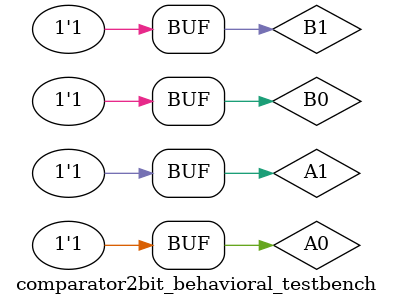
<source format=v>
`timescale 1ns / 1ps


module comparator2bit_behavioral_testbench;
    reg A0,A1,B0,B1; wire AgtB,AeqB,AltB;
    comparator2bit_behavioral_design 
    uut(A0,A1,B0,B1,AgtB,AeqB,AltB);
      initial begin
         A1=0; A0=0; B1=0; B0=0; #10; //0
         A1=0; A0=0; B1=0; B0=1; #10; //1
         A1=0; A0=0; B1=1; B0=0; #10; //2
         A1=0; A0=0; B1=1; B0=1; #10; //3
         A1=0; A0=1; B1=0; B0=0; #10; //4
         A1=0; A0=1; B1=0; B0=1; #10; //5
         A1=0; A0=1; B1=1; B0=0; #10; //6
         A1=0; A0=1; B1=1; B0=1; #10; //7
         A1=1; A0=0; B1=0; B0=0; #10; //8
         A1=1; A0=0; B1=0; B0=1; #10; //9
         A1=1; A0=0; B1=1; B0=0; #10; //10
         A1=1; A0=0; B1=1; B0=1; #10; //11
         A1=1; A0=1; B1=0; B0=0; #10; //12
         A1=1; A0=1; B1=0; B0=1; #10; //13
         A1=1; A0=1; B1=1; B0=0; #10; //14
         A1=1; A0=1; B1=1; B0=1; #10; //15
      end
endmodule
</source>
